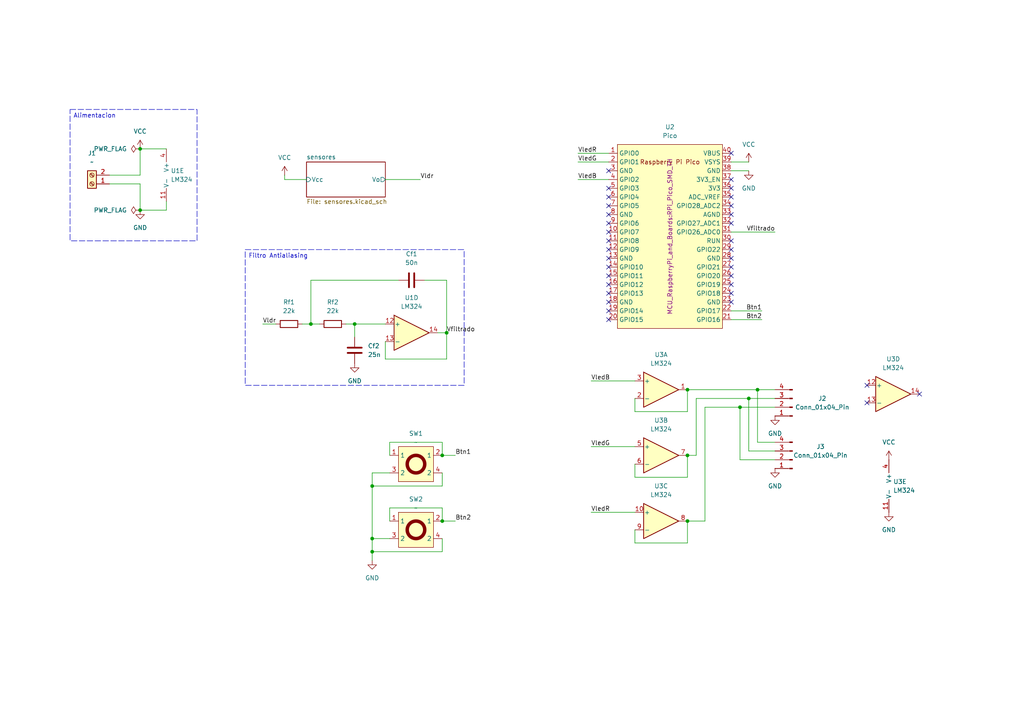
<source format=kicad_sch>
(kicad_sch (version 20231120) (generator "eeschema") (generator_version "8.0")
  (paper "A4")
  (lib_symbols
    (symbol "Amplifier_Operational:LM324" (pin_names (offset 0.127))
      (property "Reference" "U" (at 0 5.08 0))
      (property "Value" "LM324" (at 0 -5.08 0))
      (symbol "LM324_1_1"
        (polyline (pts (xy -5.08 5.08) (xy 5.08 0) (xy -5.08 -5.08) (xy -5.08 5.08)) (stroke (width 0.254)) (fill (type background)))
        (pin output line (at 7.62 0 180) (length 2.54) (name "~") (number "1"))
        (pin input line (at -7.62 -2.54 0) (length 2.54) (name "-") (number "2"))
        (pin input line (at -7.62 2.54 0) (length 2.54) (name "+") (number "3"))
      )
      (symbol "LM324_2_1"
        (polyline (pts (xy -5.08 5.08) (xy 5.08 0) (xy -5.08 -5.08) (xy -5.08 5.08)) (stroke (width 0.254)) (fill (type background)))
        (pin input line (at -7.62 2.54 0) (length 2.54) (name "+") (number "5"))
        (pin input line (at -7.62 -2.54 0) (length 2.54) (name "-") (number "6"))
        (pin output line (at 7.62 0 180) (length 2.54) (name "~") (number "7"))
      )
      (symbol "LM324_3_1"
        (polyline (pts (xy -5.08 5.08) (xy 5.08 0) (xy -5.08 -5.08) (xy -5.08 5.08)) (stroke (width 0.254)) (fill (type background)))
        (pin input line (at -7.62 2.54 0) (length 2.54) (name "+") (number "10"))
        (pin output line (at 7.62 0 180) (length 2.54) (name "~") (number "8"))
        (pin input line (at -7.62 -2.54 0) (length 2.54) (name "-") (number "9"))
      )
      (symbol "LM324_4_1"
        (polyline (pts (xy -5.08 5.08) (xy 5.08 0) (xy -5.08 -5.08) (xy -5.08 5.08)) (stroke (width 0.254)) (fill (type background)))
        (pin input line (at -7.62 2.54 0) (length 2.54) (name "+") (number "12"))
        (pin input line (at -7.62 -2.54 0) (length 2.54) (name "-") (number "13"))
        (pin output line (at 7.62 0 180) (length 2.54) (name "~") (number "14"))
      )
      (symbol "LM324_5_1"
        (pin power_in line (at -2.54 -7.62 90) (length 3.81) (name "V-") (number "11"))
        (pin power_in line (at -2.54 7.62 270) (length 3.81) (name "V+") (number "4"))
      )
    )
    (symbol "Connector:Conn_01x04_Pin" (pin_names (offset 1.016) hide)
      (property "Reference" "J" (at 0 5.08 0))
      (property "Value" "Conn_01x04_Pin" (at 0 -7.62 0))
      (symbol "Conn_01x04_Pin_1_1"
        (polyline (pts (xy 1.27 -5.08) (xy 0.8636 -5.08)) (stroke (width 0.1524)))
        (polyline (pts (xy 1.27 -2.54) (xy 0.8636 -2.54)) (stroke (width 0.1524)))
        (polyline (pts (xy 1.27 0) (xy 0.8636 0)) (stroke (width 0.1524)))
        (polyline (pts (xy 1.27 2.54) (xy 0.8636 2.54)) (stroke (width 0.1524)))
        (rectangle (start 0.8636 -4.953) (end 0 -5.207) (stroke (width 0.1524)) (fill (type outline)))
        (rectangle (start 0.8636 -2.413) (end 0 -2.667) (stroke (width 0.1524)) (fill (type outline)))
        (rectangle (start 0.8636 0.127) (end 0 -0.127) (stroke (width 0.1524)) (fill (type outline)))
        (rectangle (start 0.8636 2.667) (end 0 2.413) (stroke (width 0.1524)) (fill (type outline)))
        (pin passive line (at 5.08 2.54 180) (length 3.81) (name "Pin_1") (number "1"))
        (pin passive line (at 5.08 0 180) (length 3.81) (name "Pin_2") (number "2"))
        (pin passive line (at 5.08 -2.54 180) (length 3.81) (name "Pin_3") (number "3"))
        (pin passive line (at 5.08 -5.08 180) (length 3.81) (name "Pin_4") (number "4"))
      )
    )
    (symbol "Connector:Screw_Terminal_01x02" (pin_names (offset 1.016) hide)
      (property "Reference" "J" (at 0 2.54 0))
      (property "Value" "Screw_Terminal_01x02" (at 0 -5.08 0))
      (symbol "Screw_Terminal_01x02_1_1"
        (rectangle (start -1.27 1.27) (end 1.27 -3.81) (stroke (width 0.254)) (fill (type background)))
        (circle (center 0 -2.54) (radius 0.635) (stroke (width 0.1524)))
        (polyline (pts (xy -0.5334 -2.2098) (xy 0.3302 -3.048)) (stroke (width 0.1524)))
        (polyline (pts (xy -0.5334 0.3302) (xy 0.3302 -0.508)) (stroke (width 0.1524)))
        (polyline (pts (xy -0.3556 -2.032) (xy 0.508 -2.8702)) (stroke (width 0.1524)))
        (polyline (pts (xy -0.3556 0.508) (xy 0.508 -0.3302)) (stroke (width 0.1524)))
        (circle (center 0 0) (radius 0.635) (stroke (width 0.1524)))
        (pin passive line (at -5.08 0 0) (length 3.81) (name "Pin_1") (number "1"))
        (pin passive line (at -5.08 -2.54 0) (length 3.81) (name "Pin_2") (number "2"))
      )
    )
    (symbol "Device:C" (pin_numbers hide) (pin_names (offset 0.254))
      (property "Reference" "C" (at 0.635 2.54 0))
      (property "Value" "C" (at 0.635 -2.54 0))
      (symbol "C_0_1"
        (polyline (pts (xy -2.032 -0.762) (xy 2.032 -0.762)) (stroke (width 0.508)))
        (polyline (pts (xy -2.032 0.762) (xy 2.032 0.762)) (stroke (width 0.508)))
      )
      (symbol "C_1_1"
        (pin passive line (at 0 3.81 270) (length 2.794) (name "~") (number "1"))
        (pin passive line (at 0 -3.81 90) (length 2.794) (name "~") (number "2"))
      )
    )
    (symbol "Device:R" (pin_numbers hide) (pin_names (offset 0))
      (property "Reference" "R" (at 2.032 0 90))
      (property "Value" "R" (at 0 0 90))
      (symbol "R_0_1"
        (rectangle (start -1.016 -2.54) (end 1.016 2.54) (stroke (width 0.254)))
      )
      (symbol "R_1_1"
        (pin passive line (at 0 3.81 270) (length 1.27) (name "~") (number "1"))
        (pin passive line (at 0 -3.81 90) (length 1.27) (name "~") (number "2"))
      )
    )
    (symbol "MCU_RaspberryPi_and_Boards:Pico"
      (property "Reference" "U2" (at 0 31.75 0))
      (property "Value" "Pico" (at 0 29.21 0))
      (property "Footprint" "MCU_RaspberryPi_and_Boards:RPi_Pico_SMD_TH" (at 0 0 90))
      (symbol "Pico_0_0"
        (text "Raspberry Pi Pico" (at 0 21.59 0) (effects (font (size 1.27 1.27))))
      )
      (symbol "Pico_0_1"
        (rectangle (start -15.24 26.67) (end 15.24 -26.67) (fill (type background)))
      )
      (symbol "Pico_1_1"
        (pin bidirectional line (at -17.78 24.13 0) (length 2.54) (name "GPIO0") (number "1"))
        (pin bidirectional line (at -17.78 1.27 0) (length 2.54) (name "GPIO7") (number "10"))
        (pin bidirectional line (at -17.78 -1.27 0) (length 2.54) (name "GPIO8") (number "11"))
        (pin bidirectional line (at -17.78 -3.81 0) (length 2.54) (name "GPIO9") (number "12"))
        (pin power_in line (at -17.78 -6.35 0) (length 2.54) (name "GND") (number "13"))
        (pin bidirectional line (at -17.78 -8.89 0) (length 2.54) (name "GPIO10") (number "14"))
        (pin bidirectional line (at -17.78 -11.43 0) (length 2.54) (name "GPIO11") (number "15"))
        (pin bidirectional line (at -17.78 -13.97 0) (length 2.54) (name "GPIO12") (number "16"))
        (pin bidirectional line (at -17.78 -16.51 0) (length 2.54) (name "GPIO13") (number "17"))
        (pin power_in line (at -17.78 -19.05 0) (length 2.54) (name "GND") (number "18"))
        (pin bidirectional line (at -17.78 -21.59 0) (length 2.54) (name "GPIO14") (number "19"))
        (pin bidirectional line (at -17.78 21.59 0) (length 2.54) (name "GPIO1") (number "2"))
        (pin bidirectional line (at -17.78 -24.13 0) (length 2.54) (name "GPIO15") (number "20"))
        (pin bidirectional line (at 17.78 -24.13 180) (length 2.54) (name "GPIO16") (number "21"))
        (pin bidirectional line (at 17.78 -21.59 180) (length 2.54) (name "GPIO17") (number "22"))
        (pin power_in line (at 17.78 -19.05 180) (length 2.54) (name "GND") (number "23"))
        (pin bidirectional line (at 17.78 -16.51 180) (length 2.54) (name "GPIO18") (number "24"))
        (pin bidirectional line (at 17.78 -13.97 180) (length 2.54) (name "GPIO19") (number "25"))
        (pin bidirectional line (at 17.78 -11.43 180) (length 2.54) (name "GPIO20") (number "26"))
        (pin bidirectional line (at 17.78 -8.89 180) (length 2.54) (name "GPIO21") (number "27"))
        (pin power_in line (at 17.78 -6.35 180) (length 2.54) (name "GND") (number "28"))
        (pin bidirectional line (at 17.78 -3.81 180) (length 2.54) (name "GPIO22") (number "29"))
        (pin power_in line (at -17.78 19.05 0) (length 2.54) (name "GND") (number "3"))
        (pin input line (at 17.78 -1.27 180) (length 2.54) (name "RUN") (number "30"))
        (pin bidirectional line (at 17.78 1.27 180) (length 2.54) (name "GPIO26_ADC0") (number "31"))
        (pin bidirectional line (at 17.78 3.81 180) (length 2.54) (name "GPIO27_ADC1") (number "32"))
        (pin power_in line (at 17.78 6.35 180) (length 2.54) (name "AGND") (number "33"))
        (pin bidirectional line (at 17.78 8.89 180) (length 2.54) (name "GPIO28_ADC2") (number "34"))
        (pin power_in line (at 17.78 11.43 180) (length 2.54) (name "ADC_VREF") (number "35"))
        (pin power_in line (at 17.78 13.97 180) (length 2.54) (name "3V3") (number "36"))
        (pin input line (at 17.78 16.51 180) (length 2.54) (name "3V3_EN") (number "37"))
        (pin power_in line (at 17.78 19.05 180) (length 2.54) (name "GND") (number "38"))
        (pin power_in line (at 17.78 21.59 180) (length 2.54) (name "VSYS") (number "39"))
        (pin bidirectional line (at -17.78 16.51 0) (length 2.54) (name "GPIO2") (number "4"))
        (pin power_in line (at 17.78 24.13 180) (length 2.54) (name "VBUS") (number "40"))
        (pin bidirectional line (at -17.78 13.97 0) (length 2.54) (name "GPIO3") (number "5"))
        (pin bidirectional line (at -17.78 11.43 0) (length 2.54) (name "GPIO4") (number "6"))
        (pin bidirectional line (at -17.78 8.89 0) (length 2.54) (name "GPIO5") (number "7"))
        (pin power_in line (at -17.78 6.35 0) (length 2.54) (name "GND") (number "8"))
        (pin bidirectional line (at -17.78 3.81 0) (length 2.54) (name "GPIO6") (number "9"))
      )
    )
    (symbol "mariano:push_button"
      (property "Reference" "SW" (at -0.0455 1.571 0))
      (symbol "push_button_1_1"
        (rectangle (start -5.08 0) (end 5.08 -10.16) (fill (type background)))
        (circle (center 0 -5.08) (radius 2.54) (stroke (width 1)))
        (pin passive line (at -7.62 -2.54 0) (length 2.54) (name "1") (number "1"))
        (pin passive line (at 7.62 -2.54 180) (length 2.54) (name "1") (number "2"))
        (pin passive line (at -7.62 -7.62 0) (length 2.54) (name "2") (number "3"))
        (pin passive line (at 7.62 -7.62 180) (length 2.54) (name "2") (number "4"))
      )
    )
    (symbol "power:GND" (power) (pin_numbers hide) (pin_names (offset 0) hide)
      (property "Value" "GND" (at 0 -3.81 0))
      (symbol "GND_0_1"
        (polyline (pts (xy 0 0) (xy 0 -1.27) (xy 1.27 -1.27) (xy 0 -2.54) (xy -1.27 -1.27) (xy 0 -1.27)))
      )
      (symbol "GND_1_1"
        (pin power_in line (at 0 0 270) (length 0) (name "~") (number "1"))
      )
    )
    (symbol "power:PWR_FLAG" (power) (pin_numbers hide) (pin_names (offset 0) hide)
      (property "Value" "PWR_FLAG" (at 0 3.81 0))
      (symbol "PWR_FLAG_0_0"
        (pin power_out line (at 0 0 90) (length 0) (name "~") (number "1"))
      )
      (symbol "PWR_FLAG_0_1"
        (polyline (pts (xy 0 0) (xy 0 1.27) (xy -1.016 1.905) (xy 0 2.54) (xy 1.016 1.905) (xy 0 1.27)))
      )
    )
    (symbol "power:VCC" (power) (pin_numbers hide) (pin_names (offset 0) hide)
      (property "Value" "VCC" (at 0 3.556 0))
      (symbol "VCC_0_1"
        (polyline (pts (xy -0.762 1.27) (xy 0 2.54)))
        (polyline (pts (xy 0 0) (xy 0 2.54)))
        (polyline (pts (xy 0 2.54) (xy 0.762 1.27)))
      )
      (symbol "VCC_1_1"
        (pin power_in line (at 0 0 90) (length 0) (name "~") (number "1"))
      )
    )
  )
  (junction (at 199.39 132.08))
  (junction (at 40.64 60.96))
  (junction (at 107.95 156.21))
  (junction (at 40.64 43.18))
  (junction (at 199.39 113.03))
  (junction (at 217.17 115.57))
  (junction (at 199.39 151.13))
  (junction (at 219.71 113.03))
  (junction (at 107.95 160.02))
  (junction (at 128.27 151.13))
  (junction (at 128.27 132.08))
  (junction (at 102.87 93.98))
  (junction (at 90.17 93.98))
  (junction (at 214.63 118.11))
  (junction (at 107.95 140.97))
  (junction (at 129.54 96.52))
  (no_connect (at 176.53 80.01))
  (no_connect (at 212.09 59.69))
  (no_connect (at 176.53 74.93))
  (no_connect (at 176.53 82.55))
  (no_connect (at 212.09 62.23))
  (no_connect (at 176.53 64.77))
  (no_connect (at 176.53 90.17))
  (no_connect (at 176.53 77.47))
  (no_connect (at 266.7 114.3))
  (no_connect (at 212.09 64.77))
  (no_connect (at 212.09 80.01))
  (no_connect (at 212.09 54.61))
  (no_connect (at 251.46 111.76))
  (no_connect (at 176.53 85.09))
  (no_connect (at 212.09 52.07))
  (no_connect (at 212.09 74.93))
  (no_connect (at 212.09 85.09))
  (no_connect (at 212.09 69.85))
  (no_connect (at 212.09 87.63))
  (no_connect (at 176.53 57.15))
  (no_connect (at 176.53 69.85))
  (no_connect (at 212.09 77.47))
  (no_connect (at 176.53 54.61))
  (no_connect (at 212.09 44.45))
  (no_connect (at 176.53 87.63))
  (no_connect (at 176.53 67.31))
  (no_connect (at 176.53 92.71))
  (no_connect (at 176.53 49.53))
  (no_connect (at 176.53 62.23))
  (no_connect (at 176.53 72.39))
  (no_connect (at 176.53 59.69))
  (no_connect (at 212.09 57.15))
  (no_connect (at 212.09 82.55))
  (no_connect (at 212.09 72.39))
  (no_connect (at 251.46 116.84))
  (wire (pts (xy 128.27 160.02) (xy 128.27 156.21)))
  (wire (pts (xy 129.54 104.14) (xy 129.54 96.52)))
  (wire (pts (xy 128.27 147.32) (xy 128.27 151.13)))
  (wire (pts (xy 100.33 93.98) (xy 102.87 93.98)))
  (wire (pts (xy 201.93 115.57) (xy 217.17 115.57)))
  (wire (pts (xy 219.71 113.03) (xy 219.71 128.27)))
  (wire (pts (xy 113.03 151.13) (xy 113.03 147.32)))
  (wire (pts (xy 48.26 60.96) (xy 48.26 58.42)))
  (wire (pts (xy 113.03 132.08) (xy 113.03 128.27)))
  (wire (pts (xy 214.63 118.11) (xy 224.79 118.11)))
  (wire (pts (xy 217.17 46.99) (xy 212.09 46.99)))
  (wire (pts (xy 90.17 81.28) (xy 115.57 81.28)))
  (wire (pts (xy 214.63 118.11) (xy 214.63 133.35)))
  (wire (pts (xy 128.27 132.08) (xy 132.08 132.08)))
  (wire (pts (xy 171.45 110.49) (xy 184.15 110.49)))
  (wire (pts (xy 128.27 140.97) (xy 107.95 140.97)))
  (wire (pts (xy 102.87 93.98) (xy 102.87 97.79)))
  (wire (pts (xy 199.39 132.08) (xy 201.93 132.08)))
  (wire (pts (xy 212.09 67.31) (xy 224.79 67.31)))
  (wire (pts (xy 107.95 160.02) (xy 107.95 156.21)))
  (wire (pts (xy 204.47 118.11) (xy 214.63 118.11)))
  (wire (pts (xy 102.87 93.98) (xy 111.76 93.98)))
  (wire (pts (xy 204.47 118.11) (xy 204.47 151.13)))
  (wire (pts (xy 199.39 151.13) (xy 204.47 151.13)))
  (wire (pts (xy 107.95 137.16) (xy 113.03 137.16)))
  (wire (pts (xy 184.15 115.57) (xy 184.15 119.38)))
  (wire (pts (xy 217.17 49.53) (xy 212.09 49.53)))
  (wire (pts (xy 171.45 129.54) (xy 184.15 129.54)))
  (wire (pts (xy 217.17 130.81) (xy 224.79 130.81)))
  (wire (pts (xy 199.39 113.03) (xy 219.71 113.03)))
  (wire (pts (xy 82.55 50.8) (xy 82.55 52.07)))
  (wire (pts (xy 220.98 90.17) (xy 212.09 90.17)))
  (wire (pts (xy 111.76 52.07) (xy 121.92 52.07)))
  (wire (pts (xy 199.39 138.43) (xy 199.39 132.08)))
  (wire (pts (xy 199.39 119.38) (xy 199.39 113.03)))
  (wire (pts (xy 214.63 133.35) (xy 224.79 133.35)))
  (wire (pts (xy 40.64 60.96) (xy 48.26 60.96)))
  (wire (pts (xy 40.64 43.18) (xy 40.64 50.8)))
  (wire (pts (xy 111.76 104.14) (xy 129.54 104.14)))
  (wire (pts (xy 201.93 115.57) (xy 201.93 132.08)))
  (wire (pts (xy 107.95 160.02) (xy 107.95 162.56)))
  (wire (pts (xy 128.27 128.27) (xy 128.27 132.08)))
  (wire (pts (xy 167.64 46.99) (xy 176.53 46.99)))
  (wire (pts (xy 184.15 134.62) (xy 184.15 138.43)))
  (wire (pts (xy 171.45 148.59) (xy 184.15 148.59)))
  (wire (pts (xy 107.95 140.97) (xy 107.95 156.21)))
  (wire (pts (xy 76.2 93.98) (xy 80.01 93.98)))
  (wire (pts (xy 107.95 137.16) (xy 107.95 140.97)))
  (wire (pts (xy 111.76 99.06) (xy 111.76 104.14)))
  (wire (pts (xy 219.71 128.27) (xy 224.79 128.27)))
  (wire (pts (xy 184.15 138.43) (xy 199.39 138.43)))
  (wire (pts (xy 123.19 81.28) (xy 129.54 81.28)))
  (wire (pts (xy 87.63 93.98) (xy 90.17 93.98)))
  (wire (pts (xy 167.64 44.45) (xy 176.53 44.45)))
  (wire (pts (xy 107.95 156.21) (xy 113.03 156.21)))
  (wire (pts (xy 82.55 52.07) (xy 88.9 52.07)))
  (wire (pts (xy 184.15 153.67) (xy 184.15 157.48)))
  (wire (pts (xy 129.54 96.52) (xy 127 96.52)))
  (wire (pts (xy 128.27 137.16) (xy 128.27 140.97)))
  (wire (pts (xy 128.27 151.13) (xy 132.08 151.13)))
  (wire (pts (xy 184.15 157.48) (xy 199.39 157.48)))
  (wire (pts (xy 31.75 50.8) (xy 40.64 50.8)))
  (wire (pts (xy 40.64 43.18) (xy 48.26 43.18)))
  (wire (pts (xy 113.03 128.27) (xy 128.27 128.27)))
  (wire (pts (xy 113.03 147.32) (xy 128.27 147.32)))
  (wire (pts (xy 219.71 113.03) (xy 224.79 113.03)))
  (wire (pts (xy 167.64 52.07) (xy 176.53 52.07)))
  (wire (pts (xy 90.17 93.98) (xy 92.71 93.98)))
  (wire (pts (xy 217.17 115.57) (xy 217.17 130.81)))
  (wire (pts (xy 199.39 157.48) (xy 199.39 151.13)))
  (wire (pts (xy 107.95 160.02) (xy 128.27 160.02)))
  (wire (pts (xy 184.15 119.38) (xy 199.39 119.38)))
  (wire (pts (xy 90.17 93.98) (xy 90.17 81.28)))
  (wire (pts (xy 217.17 115.57) (xy 224.79 115.57)))
  (wire (pts (xy 31.75 53.34) (xy 40.64 53.34)))
  (wire (pts (xy 129.54 81.28) (xy 129.54 96.52)))
  (wire (pts (xy 40.64 53.34) (xy 40.64 60.96)))
  (wire (pts (xy 220.98 92.71) (xy 212.09 92.71)))
  (text_box "Filtro Antialiasing\n" (at 71.12 72.39 0) (size 63.5 39.37) (stroke (width 0) (type dash)) (effects (font (size 1.27 1.27)) (justify left top)))
  (text_box "Alimentacion	" (at 20.32 31.75 0) (size 36.83 38.1) (stroke (width 0) (type dash)) (effects (font (size 1.27 1.27)) (justify left top)))
  (label "VledG" (at 171.45 129.54 0))
  (label "VledR" (at 171.45 148.59 0))
  (label "VledG" (at 167.64 46.99 0))
  (label "Vfiltrado" (at 129.54 96.52 0))
  (label "VledB" (at 167.64 52.07 0))
  (label "VledB" (at 171.45 110.49 0))
  (label "Btn2" (at 132.08 151.13 0))
  (label "Btn2" (at 220.98 92.71 180))
  (label "Btn1" (at 220.98 90.17 180))
  (label "VledR" (at 167.64 44.45 0))
  (label "Btn1" (at 132.08 132.08 0))
  (label "Vfiltrado" (at 224.79 67.31 180))
  (label "Vldr" (at 121.92 52.07 0))
  (label "Vldr" (at 76.2 93.98 0))
  (symbol (lib_id "Amplifier_Operational:LM324") (at 191.77 113.03 0) (unit 1)
    (property "Reference" "U3" (at 191.77 102.87 0))
    (property "Value" "LM324" (at 191.77 105.41 0))
    (property "Footprint" "Package_DIP:DIP-14_W7.62mm_Socket" (effects (hide yes)))
    (property "Datasheet" "http://www.ti.com/lit/ds/symlink/lm2902-n.pdf" (effects (hide yes)))
    (property "Description" "Low-Power, Quad-Operational Amplifiers, DIP-14/SOIC-14/SSOP-14" (effects (hide yes)))
  )
  (symbol (lib_id "power:GND") (at 102.87 105.41 0) (unit 1)
    (property "Reference" "#PWR09" (effects (hide yes)))
    (property "Value" "GND" (at 102.87 110.49 0))
    (property "Description" "Power symbol creates a global label with name \"GND\" , ground" (effects (hide yes)))
  )
  (symbol (lib_id "power:GND") (at 257.81 148.59 0) (unit 1)
    (property "Reference" "#PWR012" (effects (hide yes)))
    (property "Value" "GND" (at 257.81 153.67 0))
    (property "Description" "Power symbol creates a global label with name \"GND\" , ground" (effects (hide yes)))
  )
  (symbol (lib_id "power:GND") (at 40.64 60.96 0) (unit 1)
    (property "Reference" "#PWR010" (effects (hide yes)))
    (property "Value" "GND" (at 40.64 66.04 0))
    (property "Description" "Power symbol creates a global label with name \"GND\" , ground" (effects (hide yes)))
  )
  (symbol (lib_id "Amplifier_Operational:LM324") (at 259.08 114.3 0) (unit 4)
    (property "Reference" "U3" (at 259.08 104.14 0))
    (property "Value" "LM324" (at 259.08 106.68 0))
    (property "Footprint" "Package_DIP:DIP-14_W7.62mm_Socket" (effects (hide yes)))
    (property "Datasheet" "http://www.ti.com/lit/ds/symlink/lm2902-n.pdf" (effects (hide yes)))
    (property "Description" "Low-Power, Quad-Operational Amplifiers, DIP-14/SOIC-14/SSOP-14" (effects (hide yes)))
  )
  (symbol (lib_id "power:PWR_FLAG") (at 40.64 43.18 90) (unit 1)
    (property "Reference" "#FLG01" (effects (hide yes)))
    (property "Value" "PWR_FLAG" (at 36.83 43.1799 90) (effects (justify left)))
    (property "Description" "Special symbol for telling ERC where power comes from" (effects (hide yes)))
  )
  (symbol (lib_id "MCU_RaspberryPi_and_Boards:Pico") (at 194.31 68.58 0) (unit 1)
    (property "Reference" "U2" (at 194.31 36.83 0))
    (property "Value" "Pico" (at 194.31 39.37 0))
    (property "Footprint" "MCU_RaspberryPi_and_Boards:RPi_Pico_SMD_TH" (at 194.31 68.58 90))
  )
  (symbol (lib_id "Device:R") (at 83.82 93.98 90) (unit 1)
    (property "Reference" "Rf1" (at 83.82 87.63 90))
    (property "Value" "22k" (at 83.82 90.17 90))
    (property "Footprint" "Resistor_THT:R_Axial_DIN0207_L6.3mm_D2.5mm_P7.62mm_Horizontal" (effects (hide yes)))
    (property "Description" "Resistor" (effects (hide yes)))
  )
  (symbol (lib_id "Amplifier_Operational:LM324") (at 119.38 96.52 0) (unit 4)
    (property "Reference" "U1" (at 119.38 86.36 0))
    (property "Value" "LM324" (at 119.38 88.9 0))
    (property "Footprint" "Package_DIP:DIP-14_W7.62mm_Socket" (effects (hide yes)))
    (property "Datasheet" "http://www.ti.com/lit/ds/symlink/lm2902-n.pdf" (effects (hide yes)))
    (property "Description" "Low-Power, Quad-Operational Amplifiers, DIP-14/SOIC-14/SSOP-14" (effects (hide yes)))
    (property "Sim.Library" "/usr/share/kicad/symbols/Simulation_SPICE.sp" (effects (hide yes)))
    (property "Sim.Name" "kicad_builtin_opamp_quad" (effects (hide yes)))
    (property "Sim.Device" "SUBCKT" (effects (hide yes)))
    (property "Sim.Pins" "1=out1 2=in1- 3=in1+ 4=vcc 5=in2+ 6=in2- 7=out2 8=out3 9=in3- 10=in3+ 11=vee 12=in4+ 13=in4- 14=out4" (effects (hide yes)))
  )
  (symbol (lib_id "power:GND") (at 224.79 135.89 0) (unit 1)
    (property "Reference" "#PWR07" (effects (hide yes)))
    (property "Value" "GND" (at 224.79 140.97 0))
    (property "Description" "Power symbol creates a global label with name \"GND\" , ground" (effects (hide yes)))
  )
  (symbol (lib_id "power:GND") (at 217.17 49.53 0) (unit 1)
    (property "Reference" "#PWR014" (effects (hide yes)))
    (property "Value" "GND" (at 217.17 54.61 0))
    (property "Description" "Power symbol creates a global label with name \"GND\" , ground" (effects (hide yes)))
  )
  (symbol (lib_id "Connector:Conn_01x04_Pin") (at 229.87 133.35 180) (unit 1)
    (property "Reference" "J3" (at 237.998 129.54 0))
    (property "Value" "Conn_01x04_Pin" (at 237.998 132.08 0))
    (property "Footprint" "Connector_PinHeader_2.54mm:PinHeader_1x04_P2.54mm_Vertical" (effects (hide yes)))
    (property "Description" "Generic connector, single row, 01x04, script generated" (effects (hide yes)))
  )
  (symbol (lib_id "power:VCC") (at 257.81 133.35 0) (unit 1)
    (property "Reference" "#PWR011" (effects (hide yes)))
    (property "Value" "VCC" (at 257.81 128.27 0))
    (property "Description" "Power symbol creates a global label with name \"VCC\"" (effects (hide yes)))
  )
  (symbol (lib_id "power:GND") (at 224.79 120.65 0) (unit 1)
    (property "Reference" "#PWR08" (effects (hide yes)))
    (property "Value" "GND" (at 224.79 125.73 0))
    (property "Description" "Power symbol creates a global label with name \"GND\" , ground" (effects (hide yes)))
  )
  (symbol (lib_id "power:VCC") (at 217.17 46.99 0) (unit 1)
    (property "Reference" "#PWR013" (effects (hide yes)))
    (property "Value" "VCC" (at 217.17 41.91 0))
    (property "Description" "Power symbol creates a global label with name \"VCC\"" (effects (hide yes)))
  )
  (symbol (lib_id "Device:R") (at 96.52 93.98 90) (unit 1)
    (property "Reference" "Rf2" (at 96.52 87.63 90))
    (property "Value" "22k" (at 96.52 90.17 90))
    (property "Footprint" "Resistor_THT:R_Axial_DIN0207_L6.3mm_D2.5mm_P7.62mm_Horizontal" (effects (hide yes)))
    (property "Description" "Resistor" (effects (hide yes)))
  )
  (symbol (lib_id "Device:C") (at 102.87 101.6 0) (unit 1)
    (property "Reference" "Cf2" (at 106.68 100.3299 0) (effects (justify left)))
    (property "Value" "25n" (at 106.68 102.8699 0) (effects (justify left)))
    (property "Footprint" "Capacitor_THT:C_Disc_D5.0mm_W2.5mm_P5.00mm" (effects (hide yes)))
    (property "Description" "Unpolarized capacitor" (effects (hide yes)))
  )
  (symbol (lib_id "Amplifier_Operational:LM324") (at 191.77 151.13 0) (unit 3)
    (property "Reference" "U3" (at 191.77 140.97 0))
    (property "Value" "LM324" (at 191.77 143.51 0))
    (property "Footprint" "Package_DIP:DIP-14_W7.62mm_Socket" (effects (hide yes)))
    (property "Datasheet" "http://www.ti.com/lit/ds/symlink/lm2902-n.pdf" (effects (hide yes)))
    (property "Description" "Low-Power, Quad-Operational Amplifiers, DIP-14/SOIC-14/SSOP-14" (effects (hide yes)))
  )
  (symbol (lib_id "Amplifier_Operational:LM324") (at 191.77 132.08 0) (unit 2)
    (property "Reference" "U3" (at 191.77 121.92 0))
    (property "Value" "LM324" (at 191.77 124.46 0))
    (property "Footprint" "Package_DIP:DIP-14_W7.62mm_Socket" (effects (hide yes)))
    (property "Datasheet" "http://www.ti.com/lit/ds/symlink/lm2902-n.pdf" (effects (hide yes)))
    (property "Description" "Low-Power, Quad-Operational Amplifiers, DIP-14/SOIC-14/SSOP-14" (effects (hide yes)))
  )
  (symbol (lib_id "power:VCC") (at 82.55 50.8 0) (unit 1)
    (property "Reference" "#PWR06" (effects (hide yes)))
    (property "Value" "VCC" (at 82.55 45.72 0))
    (property "Description" "Power symbol creates a global label with name \"VCC\"" (effects (hide yes)))
  )
  (symbol (lib_id "mariano:push_button") (at 120.65 129.54 0) (unit 1)
    (property "Reference" "SW1" (at 120.65 125.73 0))
    (property "Value" "~" (at 120.65 128.27 0))
    (property "Footprint" "Button_Switch_THT:SW_PUSH-12mm" (effects (hide yes)))
  )
  (symbol (lib_id "power:VCC") (at 40.64 43.18 0) (unit 1)
    (property "Reference" "#PWR02" (effects (hide yes)))
    (property "Value" "VCC" (at 40.64 38.1 0))
    (property "Description" "Power symbol creates a global label with name \"VCC\"" (effects (hide yes)))
  )
  (symbol (lib_id "Amplifier_Operational:LM324") (at 260.35 140.97 0) (unit 5)
    (property "Reference" "U3" (at 259.08 139.6999 0) (effects (justify left)))
    (property "Value" "LM324" (at 259.08 142.2399 0) (effects (justify left)))
    (property "Footprint" "Package_DIP:DIP-14_W7.62mm_Socket" (effects (hide yes)))
    (property "Datasheet" "http://www.ti.com/lit/ds/symlink/lm2902-n.pdf" (effects (hide yes)))
    (property "Description" "Low-Power, Quad-Operational Amplifiers, DIP-14/SOIC-14/SSOP-14" (effects (hide yes)))
  )
  (symbol (lib_id "mariano:push_button") (at 120.65 148.59 0) (unit 1)
    (property "Reference" "SW2" (at 120.65 144.78 0))
    (property "Value" "~" (at 120.65 147.32 0))
    (property "Footprint" "Button_Switch_THT:SW_PUSH-12mm" (effects (hide yes)))
  )
  (symbol (lib_id "Device:C") (at 119.38 81.28 270) (unit 1)
    (property "Reference" "Cf1" (at 119.38 73.66 90))
    (property "Value" "50n" (at 119.38 76.2 90))
    (property "Footprint" "Capacitor_THT:C_Disc_D5.0mm_W2.5mm_P5.00mm" (effects (hide yes)))
    (property "Description" "Unpolarized capacitor" (effects (hide yes)))
  )
  (symbol (lib_id "Amplifier_Operational:LM324") (at 50.8 50.8 0) (unit 5)
    (property "Reference" "U1" (at 49.53 49.5299 0) (effects (justify left)))
    (property "Value" "LM324" (at 49.53 52.0699 0) (effects (justify left)))
    (property "Footprint" "Package_DIP:DIP-14_W7.62mm_Socket" (effects (hide yes)))
    (property "Datasheet" "http://www.ti.com/lit/ds/symlink/lm2902-n.pdf" (effects (hide yes)))
    (property "Description" "Low-Power, Quad-Operational Amplifiers, DIP-14/SOIC-14/SSOP-14" (effects (hide yes)))
    (property "Sim.Library" "/usr/share/kicad/symbols/Simulation_SPICE.sp" (effects (hide yes)))
    (property "Sim.Name" "kicad_builtin_opamp_quad" (effects (hide yes)))
    (property "Sim.Device" "SUBCKT" (effects (hide yes)))
    (property "Sim.Pins" "1=out1 2=in1- 3=in1+ 4=vcc 5=in2+ 6=in2- 7=out2 8=out3 9=in3- 10=in3+ 11=vee 12=in4+ 13=in4- 14=out4" (effects (hide yes)))
  )
  (symbol (lib_id "Connector:Screw_Terminal_01x02") (at 26.67 53.34 180) (unit 1)
    (property "Reference" "J1" (at 26.67 44.45 0))
    (property "Value" "~" (at 26.67 46.99 0))
    (property "Footprint" "TerminalBlock:TerminalBlock_bornier-2_P5.08mm" (effects (hide yes)))
    (property "Description" "Generic screw terminal, single row, 01x02, script generated (kicad-library-utils/schlib/autogen/connector/)" (effects (hide yes)))
    (property "Sim.Device" "V" (effects (hide yes)))
    (property "Sim.Type" "DC" (effects (hide yes)))
    (property "Sim.Pins" "1=- 2=+" (effects (hide yes)))
  )
  (symbol (lib_id "Connector:Conn_01x04_Pin") (at 229.87 118.11 180) (unit 1)
    (property "Reference" "J2" (at 238.506 115.57 0))
    (property "Value" "Conn_01x04_Pin" (at 238.506 118.11 0))
    (property "Footprint" "Connector_PinHeader_2.54mm:PinHeader_1x04_P2.54mm_Vertical" (effects (hide yes)))
    (property "Description" "Generic connector, single row, 01x04, script generated" (effects (hide yes)))
  )
  (symbol (lib_id "power:GND") (at 107.95 162.56 0) (unit 1)
    (property "Reference" "#PWR015" (effects (hide yes)))
    (property "Value" "GND" (at 107.95 167.64 0))
    (property "Description" "Power symbol creates a global label with name \"GND\" , ground" (effects (hide yes)))
  )
  (symbol (lib_id "power:PWR_FLAG") (at 40.64 60.96 90) (unit 1)
    (property "Reference" "#FLG02" (effects (hide yes)))
    (property "Value" "PWR_FLAG" (at 36.83 60.9599 90) (effects (justify left)))
    (property "Description" "Special symbol for telling ERC where power comes from" (effects (hide yes)))
  )
  (sheet (at 88.9 46.99) (size 22.86 10.16) (stroke (width 0.1524))
    (property "Sheetname" "sensores" (at 88.9 46.2784 0) (effects (justify left bottom)))
    (property "Sheetfile" "sensores.kicad_sch" (at 88.9 57.7346 0) (effects (justify left top)))
    (pin "Vcc" input (at 88.9 52.07 180))
    (pin "Vo" output (at 111.76 52.07 0))
  )
)
</source>
